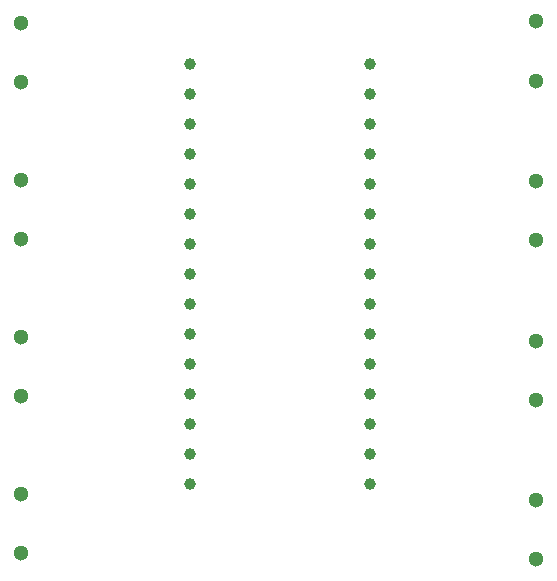
<source format=gbr>
%TF.GenerationSoftware,KiCad,Pcbnew,9.0.0*%
%TF.CreationDate,2025-11-11T15:09:26+01:00*%
%TF.ProjectId,lidar_and_7_camera_trigger_arduino_circuit,6c696461-725f-4616-9e64-5f375f63616d,1.0*%
%TF.SameCoordinates,Original*%
%TF.FileFunction,Plated,1,2,PTH,Drill*%
%TF.FilePolarity,Positive*%
%FSLAX46Y46*%
G04 Gerber Fmt 4.6, Leading zero omitted, Abs format (unit mm)*
G04 Created by KiCad (PCBNEW 9.0.0) date 2025-11-11 15:09:26*
%MOMM*%
%LPD*%
G01*
G04 APERTURE LIST*
%TA.AperFunction,ComponentDrill*%
%ADD10C,1.000000*%
%TD*%
%TA.AperFunction,ComponentDrill*%
%ADD11C,1.300000*%
%TD*%
G04 APERTURE END LIST*
D10*
%TO.C,A1*%
X153710000Y-76136667D03*
X153710000Y-78676667D03*
X153710000Y-81216667D03*
X153710000Y-83756667D03*
X153710000Y-86296667D03*
X153710000Y-88836667D03*
X153710000Y-91376667D03*
X153710000Y-93916667D03*
X153710000Y-96456667D03*
X153710000Y-98996667D03*
X153710000Y-101536667D03*
X153710000Y-104076667D03*
X153710000Y-106616667D03*
X153710000Y-109156667D03*
X153710000Y-111696667D03*
X168950000Y-76136667D03*
X168950000Y-78676667D03*
X168950000Y-81216667D03*
X168950000Y-83756667D03*
X168950000Y-86296667D03*
X168950000Y-88836667D03*
X168950000Y-91376667D03*
X168950000Y-93916667D03*
X168950000Y-96456667D03*
X168950000Y-98996667D03*
X168950000Y-101536667D03*
X168950000Y-104076667D03*
X168950000Y-106616667D03*
X168950000Y-109156667D03*
X168950000Y-111696667D03*
D11*
%TO.C,J1*%
X139400000Y-72666667D03*
X139400000Y-77666667D03*
%TO.C,J2*%
X139400000Y-85966667D03*
X139400000Y-90966667D03*
%TO.C,J3*%
X139400000Y-99266667D03*
X139400000Y-104266667D03*
%TO.C,J4*%
X139400000Y-112566667D03*
X139400000Y-117566667D03*
%TO.C,J8*%
X183000000Y-72566667D03*
X183000000Y-77566667D03*
%TO.C,J7*%
X183000000Y-86083334D03*
X183000000Y-91083334D03*
%TO.C,J6*%
X183000000Y-99600000D03*
X183000000Y-104600000D03*
%TO.C,J5*%
X183000000Y-113116667D03*
X183000000Y-118116667D03*
M02*

</source>
